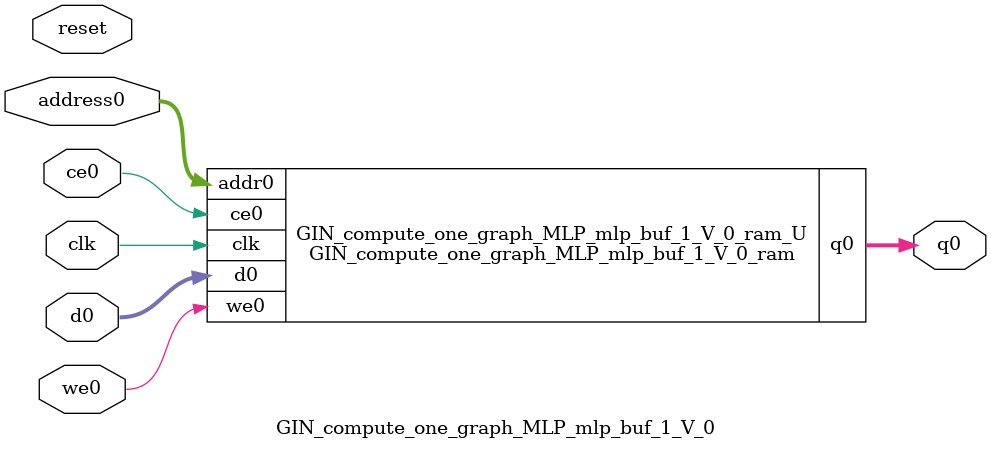
<source format=v>
`timescale 1 ns / 1 ps
module GIN_compute_one_graph_MLP_mlp_buf_1_V_0_ram (addr0, ce0, d0, we0, q0,  clk);

parameter DWIDTH = 32;
parameter AWIDTH = 9;
parameter MEM_SIZE = 300;

input[AWIDTH-1:0] addr0;
input ce0;
input[DWIDTH-1:0] d0;
input we0;
output reg[DWIDTH-1:0] q0;
input clk;

reg [DWIDTH-1:0] ram[0:MEM_SIZE-1];




always @(posedge clk)  
begin 
    if (ce0) begin
        if (we0) 
            ram[addr0] <= d0; 
        q0 <= ram[addr0];
    end
end


endmodule

`timescale 1 ns / 1 ps
module GIN_compute_one_graph_MLP_mlp_buf_1_V_0(
    reset,
    clk,
    address0,
    ce0,
    we0,
    d0,
    q0);

parameter DataWidth = 32'd32;
parameter AddressRange = 32'd300;
parameter AddressWidth = 32'd9;
input reset;
input clk;
input[AddressWidth - 1:0] address0;
input ce0;
input we0;
input[DataWidth - 1:0] d0;
output[DataWidth - 1:0] q0;



GIN_compute_one_graph_MLP_mlp_buf_1_V_0_ram GIN_compute_one_graph_MLP_mlp_buf_1_V_0_ram_U(
    .clk( clk ),
    .addr0( address0 ),
    .ce0( ce0 ),
    .we0( we0 ),
    .d0( d0 ),
    .q0( q0 ));

endmodule


</source>
